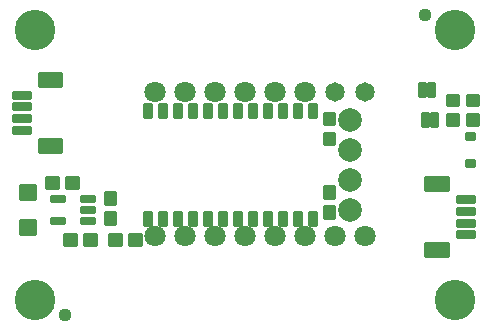
<source format=gts>
G04 EAGLE Gerber RS-274X export*
G75*
%MOMM*%
%FSLAX34Y34*%
%LPD*%
%INSoldermask Top*%
%IPPOS*%
%AMOC8*
5,1,8,0,0,1.08239X$1,22.5*%
G01*
%ADD10C,0.225400*%
%ADD11C,2.006600*%
%ADD12C,0.228600*%
%ADD13C,0.227100*%
%ADD14C,0.225369*%
%ADD15C,0.225588*%
%ADD16C,1.127000*%
%ADD17C,1.803400*%
%ADD18C,1.651000*%
%ADD19C,3.429000*%
%ADD20C,0.228344*%
%ADD21C,0.223409*%
%ADD22C,0.228319*%


D10*
X278828Y104458D02*
X278828Y94442D01*
X269812Y94442D01*
X269812Y104458D01*
X278828Y104458D01*
X278828Y96583D02*
X269812Y96583D01*
X269812Y98724D02*
X278828Y98724D01*
X278828Y100865D02*
X269812Y100865D01*
X269812Y103006D02*
X278828Y103006D01*
X278828Y111442D02*
X278828Y121458D01*
X278828Y111442D02*
X269812Y111442D01*
X269812Y121458D01*
X278828Y121458D01*
X278828Y113583D02*
X269812Y113583D01*
X269812Y115724D02*
X278828Y115724D01*
X278828Y117865D02*
X269812Y117865D01*
X269812Y120006D02*
X278828Y120006D01*
D11*
X292100Y101600D03*
X292100Y127000D03*
X292100Y152400D03*
X292100Y177800D03*
D10*
X60008Y71692D02*
X49992Y71692D01*
X49992Y80708D01*
X60008Y80708D01*
X60008Y71692D01*
X60008Y73833D02*
X49992Y73833D01*
X49992Y75974D02*
X60008Y75974D01*
X60008Y78115D02*
X49992Y78115D01*
X49992Y80256D02*
X60008Y80256D01*
X66992Y71692D02*
X77008Y71692D01*
X66992Y71692D02*
X66992Y80708D01*
X77008Y80708D01*
X77008Y71692D01*
X77008Y73833D02*
X66992Y73833D01*
X66992Y75974D02*
X77008Y75974D01*
X77008Y78115D02*
X66992Y78115D01*
X66992Y80256D02*
X77008Y80256D01*
X105092Y80708D02*
X115108Y80708D01*
X115108Y71692D01*
X105092Y71692D01*
X105092Y80708D01*
X105092Y73833D02*
X115108Y73833D01*
X115108Y75974D02*
X105092Y75974D01*
X105092Y78115D02*
X115108Y78115D01*
X115108Y80256D02*
X105092Y80256D01*
X98108Y80708D02*
X88092Y80708D01*
X98108Y80708D02*
X98108Y71692D01*
X88092Y71692D01*
X88092Y80708D01*
X88092Y73833D02*
X98108Y73833D01*
X98108Y75974D02*
X88092Y75974D01*
X88092Y78115D02*
X98108Y78115D01*
X98108Y80256D02*
X88092Y80256D01*
D12*
X352679Y171958D02*
X358013Y171958D01*
X352679Y171958D02*
X352679Y183642D01*
X358013Y183642D01*
X358013Y171958D01*
X358013Y174130D02*
X352679Y174130D01*
X352679Y176302D02*
X358013Y176302D01*
X358013Y178474D02*
X352679Y178474D01*
X352679Y180646D02*
X358013Y180646D01*
X358013Y182818D02*
X352679Y182818D01*
X360807Y171958D02*
X366141Y171958D01*
X360807Y171958D02*
X360807Y183642D01*
X366141Y183642D01*
X366141Y171958D01*
X366141Y174130D02*
X360807Y174130D01*
X360807Y176302D02*
X366141Y176302D01*
X366141Y178474D02*
X360807Y178474D01*
X360807Y180646D02*
X366141Y180646D01*
X366141Y182818D02*
X360807Y182818D01*
X355473Y197358D02*
X350139Y197358D01*
X350139Y209042D01*
X355473Y209042D01*
X355473Y197358D01*
X355473Y199530D02*
X350139Y199530D01*
X350139Y201702D02*
X355473Y201702D01*
X355473Y203874D02*
X350139Y203874D01*
X350139Y206046D02*
X355473Y206046D01*
X355473Y208218D02*
X350139Y208218D01*
X358267Y197358D02*
X363601Y197358D01*
X358267Y197358D02*
X358267Y209042D01*
X363601Y209042D01*
X363601Y197358D01*
X363601Y199530D02*
X358267Y199530D01*
X358267Y201702D02*
X363601Y201702D01*
X363601Y203874D02*
X358267Y203874D01*
X358267Y206046D02*
X363601Y206046D01*
X363601Y208218D02*
X358267Y208218D01*
D10*
X373842Y173292D02*
X383858Y173292D01*
X373842Y173292D02*
X373842Y182308D01*
X383858Y182308D01*
X383858Y173292D01*
X383858Y175433D02*
X373842Y175433D01*
X373842Y177574D02*
X383858Y177574D01*
X383858Y179715D02*
X373842Y179715D01*
X373842Y181856D02*
X383858Y181856D01*
X390842Y173292D02*
X400858Y173292D01*
X390842Y173292D02*
X390842Y182308D01*
X400858Y182308D01*
X400858Y173292D01*
X400858Y175433D02*
X390842Y175433D01*
X390842Y177574D02*
X400858Y177574D01*
X400858Y179715D02*
X390842Y179715D01*
X390842Y181856D02*
X400858Y181856D01*
X383858Y189802D02*
X373842Y189802D01*
X373842Y198818D01*
X383858Y198818D01*
X383858Y189802D01*
X383858Y191943D02*
X373842Y191943D01*
X373842Y194084D02*
X383858Y194084D01*
X383858Y196225D02*
X373842Y196225D01*
X373842Y198366D02*
X383858Y198366D01*
X390842Y189802D02*
X400858Y189802D01*
X390842Y189802D02*
X390842Y198818D01*
X400858Y198818D01*
X400858Y189802D01*
X400858Y191943D02*
X390842Y191943D01*
X390842Y194084D02*
X400858Y194084D01*
X400858Y196225D02*
X390842Y196225D01*
X390842Y198366D02*
X400858Y198366D01*
D13*
X390050Y166550D02*
X390050Y161250D01*
X390050Y166550D02*
X397350Y166550D01*
X397350Y161250D01*
X390050Y161250D01*
X390050Y163407D02*
X397350Y163407D01*
X397350Y165564D02*
X390050Y165564D01*
X390050Y143550D02*
X390050Y138250D01*
X390050Y143550D02*
X397350Y143550D01*
X397350Y138250D01*
X390050Y138250D01*
X390050Y140407D02*
X397350Y140407D01*
X397350Y142564D02*
X390050Y142564D01*
D14*
X6842Y196422D02*
X6842Y201438D01*
X21358Y201438D01*
X21358Y196422D01*
X6842Y196422D01*
X6842Y198563D02*
X21358Y198563D01*
X21358Y200704D02*
X6842Y200704D01*
X6842Y191438D02*
X6842Y186422D01*
X6842Y191438D02*
X21358Y191438D01*
X21358Y186422D01*
X6842Y186422D01*
X6842Y188563D02*
X21358Y188563D01*
X21358Y190704D02*
X6842Y190704D01*
X6842Y181438D02*
X6842Y176422D01*
X6842Y181438D02*
X21358Y181438D01*
X21358Y176422D01*
X6842Y176422D01*
X6842Y178563D02*
X21358Y178563D01*
X21358Y180704D02*
X6842Y180704D01*
X6842Y171438D02*
X6842Y166422D01*
X6842Y171438D02*
X21358Y171438D01*
X21358Y166422D01*
X6842Y166422D01*
X6842Y168563D02*
X21358Y168563D01*
X21358Y170704D02*
X6842Y170704D01*
D15*
X28843Y206423D02*
X28843Y217437D01*
X47857Y217437D01*
X47857Y206423D01*
X28843Y206423D01*
X28843Y208566D02*
X47857Y208566D01*
X47857Y210709D02*
X28843Y210709D01*
X28843Y212852D02*
X47857Y212852D01*
X47857Y214995D02*
X28843Y214995D01*
X28843Y217138D02*
X47857Y217138D01*
X28843Y161437D02*
X28843Y150423D01*
X28843Y161437D02*
X47857Y161437D01*
X47857Y150423D01*
X28843Y150423D01*
X28843Y152566D02*
X47857Y152566D01*
X47857Y154709D02*
X28843Y154709D01*
X28843Y156852D02*
X47857Y156852D01*
X47857Y158995D02*
X28843Y158995D01*
X28843Y161138D02*
X47857Y161138D01*
D14*
X397018Y82978D02*
X397018Y77962D01*
X382502Y77962D01*
X382502Y82978D01*
X397018Y82978D01*
X397018Y80103D02*
X382502Y80103D01*
X382502Y82244D02*
X397018Y82244D01*
X397018Y87962D02*
X397018Y92978D01*
X397018Y87962D02*
X382502Y87962D01*
X382502Y92978D01*
X397018Y92978D01*
X397018Y90103D02*
X382502Y90103D01*
X382502Y92244D02*
X397018Y92244D01*
X397018Y97962D02*
X397018Y102978D01*
X397018Y97962D02*
X382502Y97962D01*
X382502Y102978D01*
X397018Y102978D01*
X397018Y100103D02*
X382502Y100103D01*
X382502Y102244D02*
X397018Y102244D01*
X397018Y107962D02*
X397018Y112978D01*
X397018Y107962D02*
X382502Y107962D01*
X382502Y112978D01*
X397018Y112978D01*
X397018Y110103D02*
X382502Y110103D01*
X382502Y112244D02*
X397018Y112244D01*
D15*
X375017Y72977D02*
X375017Y61963D01*
X356003Y61963D01*
X356003Y72977D01*
X375017Y72977D01*
X375017Y64106D02*
X356003Y64106D01*
X356003Y66249D02*
X375017Y66249D01*
X375017Y68392D02*
X356003Y68392D01*
X356003Y70535D02*
X375017Y70535D01*
X375017Y72678D02*
X356003Y72678D01*
X375017Y117963D02*
X375017Y128977D01*
X375017Y117963D02*
X356003Y117963D01*
X356003Y128977D01*
X375017Y128977D01*
X375017Y120106D02*
X356003Y120106D01*
X356003Y122249D02*
X375017Y122249D01*
X375017Y124392D02*
X356003Y124392D01*
X356003Y126535D02*
X375017Y126535D01*
X375017Y128678D02*
X356003Y128678D01*
D16*
X50800Y12700D03*
X355600Y266700D03*
D17*
X304980Y78780D03*
X279580Y78780D03*
X254180Y78780D03*
X228780Y78780D03*
X203380Y78780D03*
X177980Y78780D03*
X152580Y78780D03*
X127180Y78780D03*
X127180Y201180D03*
X152580Y201180D03*
X177980Y201180D03*
X203380Y201180D03*
X228780Y201180D03*
X254180Y201180D03*
D18*
X279580Y201180D03*
X304980Y201180D03*
D19*
X381000Y25400D03*
X25400Y254000D03*
D20*
X194054Y190629D02*
X199646Y190629D01*
X199646Y180211D01*
X194054Y180211D01*
X194054Y190629D01*
X194054Y182380D02*
X199646Y182380D01*
X199646Y184549D02*
X194054Y184549D01*
X194054Y186718D02*
X199646Y186718D01*
X199646Y188887D02*
X194054Y188887D01*
X186946Y190629D02*
X181354Y190629D01*
X186946Y190629D02*
X186946Y180211D01*
X181354Y180211D01*
X181354Y190629D01*
X181354Y182380D02*
X186946Y182380D01*
X186946Y184549D02*
X181354Y184549D01*
X181354Y186718D02*
X186946Y186718D01*
X186946Y188887D02*
X181354Y188887D01*
X194054Y99189D02*
X199646Y99189D01*
X199646Y88771D01*
X194054Y88771D01*
X194054Y99189D01*
X194054Y90940D02*
X199646Y90940D01*
X199646Y93109D02*
X194054Y93109D01*
X194054Y95278D02*
X199646Y95278D01*
X199646Y97447D02*
X194054Y97447D01*
X186946Y99189D02*
X181354Y99189D01*
X186946Y99189D02*
X186946Y88771D01*
X181354Y88771D01*
X181354Y99189D01*
X181354Y90940D02*
X186946Y90940D01*
X186946Y93109D02*
X181354Y93109D01*
X181354Y95278D02*
X186946Y95278D01*
X186946Y97447D02*
X181354Y97447D01*
X174246Y190629D02*
X168654Y190629D01*
X174246Y190629D02*
X174246Y180211D01*
X168654Y180211D01*
X168654Y190629D01*
X168654Y182380D02*
X174246Y182380D01*
X174246Y184549D02*
X168654Y184549D01*
X168654Y186718D02*
X174246Y186718D01*
X174246Y188887D02*
X168654Y188887D01*
X161546Y190629D02*
X155954Y190629D01*
X161546Y190629D02*
X161546Y180211D01*
X155954Y180211D01*
X155954Y190629D01*
X155954Y182380D02*
X161546Y182380D01*
X161546Y184549D02*
X155954Y184549D01*
X155954Y186718D02*
X161546Y186718D01*
X161546Y188887D02*
X155954Y188887D01*
X148846Y190629D02*
X143254Y190629D01*
X148846Y190629D02*
X148846Y180211D01*
X143254Y180211D01*
X143254Y190629D01*
X143254Y182380D02*
X148846Y182380D01*
X148846Y184549D02*
X143254Y184549D01*
X143254Y186718D02*
X148846Y186718D01*
X148846Y188887D02*
X143254Y188887D01*
X136146Y190629D02*
X130554Y190629D01*
X136146Y190629D02*
X136146Y180211D01*
X130554Y180211D01*
X130554Y190629D01*
X130554Y182380D02*
X136146Y182380D01*
X136146Y184549D02*
X130554Y184549D01*
X130554Y186718D02*
X136146Y186718D01*
X136146Y188887D02*
X130554Y188887D01*
X123446Y190629D02*
X117854Y190629D01*
X123446Y190629D02*
X123446Y180211D01*
X117854Y180211D01*
X117854Y190629D01*
X117854Y182380D02*
X123446Y182380D01*
X123446Y184549D02*
X117854Y184549D01*
X117854Y186718D02*
X123446Y186718D01*
X123446Y188887D02*
X117854Y188887D01*
X257554Y190629D02*
X263146Y190629D01*
X263146Y180211D01*
X257554Y180211D01*
X257554Y190629D01*
X257554Y182380D02*
X263146Y182380D01*
X263146Y184549D02*
X257554Y184549D01*
X257554Y186718D02*
X263146Y186718D01*
X263146Y188887D02*
X257554Y188887D01*
X250446Y190629D02*
X244854Y190629D01*
X250446Y190629D02*
X250446Y180211D01*
X244854Y180211D01*
X244854Y190629D01*
X244854Y182380D02*
X250446Y182380D01*
X250446Y184549D02*
X244854Y184549D01*
X244854Y186718D02*
X250446Y186718D01*
X250446Y188887D02*
X244854Y188887D01*
X237746Y190629D02*
X232154Y190629D01*
X237746Y190629D02*
X237746Y180211D01*
X232154Y180211D01*
X232154Y190629D01*
X232154Y182380D02*
X237746Y182380D01*
X237746Y184549D02*
X232154Y184549D01*
X232154Y186718D02*
X237746Y186718D01*
X237746Y188887D02*
X232154Y188887D01*
X225046Y190629D02*
X219454Y190629D01*
X225046Y190629D02*
X225046Y180211D01*
X219454Y180211D01*
X219454Y190629D01*
X219454Y182380D02*
X225046Y182380D01*
X225046Y184549D02*
X219454Y184549D01*
X219454Y186718D02*
X225046Y186718D01*
X225046Y188887D02*
X219454Y188887D01*
X212346Y190629D02*
X206754Y190629D01*
X212346Y190629D02*
X212346Y180211D01*
X206754Y180211D01*
X206754Y190629D01*
X206754Y182380D02*
X212346Y182380D01*
X212346Y184549D02*
X206754Y184549D01*
X206754Y186718D02*
X212346Y186718D01*
X212346Y188887D02*
X206754Y188887D01*
X206754Y99189D02*
X212346Y99189D01*
X212346Y88771D01*
X206754Y88771D01*
X206754Y99189D01*
X206754Y90940D02*
X212346Y90940D01*
X212346Y93109D02*
X206754Y93109D01*
X206754Y95278D02*
X212346Y95278D01*
X212346Y97447D02*
X206754Y97447D01*
X174246Y99189D02*
X168654Y99189D01*
X174246Y99189D02*
X174246Y88771D01*
X168654Y88771D01*
X168654Y99189D01*
X168654Y90940D02*
X174246Y90940D01*
X174246Y93109D02*
X168654Y93109D01*
X168654Y95278D02*
X174246Y95278D01*
X174246Y97447D02*
X168654Y97447D01*
X161546Y99189D02*
X155954Y99189D01*
X161546Y99189D02*
X161546Y88771D01*
X155954Y88771D01*
X155954Y99189D01*
X155954Y90940D02*
X161546Y90940D01*
X161546Y93109D02*
X155954Y93109D01*
X155954Y95278D02*
X161546Y95278D01*
X161546Y97447D02*
X155954Y97447D01*
X219454Y99189D02*
X225046Y99189D01*
X225046Y88771D01*
X219454Y88771D01*
X219454Y99189D01*
X219454Y90940D02*
X225046Y90940D01*
X225046Y93109D02*
X219454Y93109D01*
X219454Y95278D02*
X225046Y95278D01*
X225046Y97447D02*
X219454Y97447D01*
X148846Y99189D02*
X143254Y99189D01*
X148846Y99189D02*
X148846Y88771D01*
X143254Y88771D01*
X143254Y99189D01*
X143254Y90940D02*
X148846Y90940D01*
X148846Y93109D02*
X143254Y93109D01*
X143254Y95278D02*
X148846Y95278D01*
X148846Y97447D02*
X143254Y97447D01*
X232154Y99189D02*
X237746Y99189D01*
X237746Y88771D01*
X232154Y88771D01*
X232154Y99189D01*
X232154Y90940D02*
X237746Y90940D01*
X237746Y93109D02*
X232154Y93109D01*
X232154Y95278D02*
X237746Y95278D01*
X237746Y97447D02*
X232154Y97447D01*
X244854Y99189D02*
X250446Y99189D01*
X250446Y88771D01*
X244854Y88771D01*
X244854Y99189D01*
X244854Y90940D02*
X250446Y90940D01*
X250446Y93109D02*
X244854Y93109D01*
X244854Y95278D02*
X250446Y95278D01*
X250446Y97447D02*
X244854Y97447D01*
X136146Y99189D02*
X130554Y99189D01*
X136146Y99189D02*
X136146Y88771D01*
X130554Y88771D01*
X130554Y99189D01*
X130554Y90940D02*
X136146Y90940D01*
X136146Y93109D02*
X130554Y93109D01*
X130554Y95278D02*
X136146Y95278D01*
X136146Y97447D02*
X130554Y97447D01*
X123446Y99189D02*
X117854Y99189D01*
X123446Y99189D02*
X123446Y88771D01*
X117854Y88771D01*
X117854Y99189D01*
X117854Y90940D02*
X123446Y90940D01*
X123446Y93109D02*
X117854Y93109D01*
X117854Y95278D02*
X123446Y95278D01*
X123446Y97447D02*
X117854Y97447D01*
X257554Y99189D02*
X263146Y99189D01*
X263146Y88771D01*
X257554Y88771D01*
X257554Y99189D01*
X257554Y90940D02*
X263146Y90940D01*
X263146Y93109D02*
X257554Y93109D01*
X257554Y95278D02*
X263146Y95278D01*
X263146Y97447D02*
X257554Y97447D01*
D19*
X25400Y25400D03*
X381000Y254000D03*
D10*
X278828Y166688D02*
X278828Y156672D01*
X269812Y156672D01*
X269812Y166688D01*
X278828Y166688D01*
X278828Y158813D02*
X269812Y158813D01*
X269812Y160954D02*
X278828Y160954D01*
X278828Y163095D02*
X269812Y163095D01*
X269812Y165236D02*
X278828Y165236D01*
X278828Y173672D02*
X278828Y183688D01*
X278828Y173672D02*
X269812Y173672D01*
X269812Y183688D01*
X278828Y183688D01*
X278828Y175813D02*
X269812Y175813D01*
X269812Y177954D02*
X278828Y177954D01*
X278828Y180095D02*
X269812Y180095D01*
X269812Y182236D02*
X278828Y182236D01*
D21*
X75669Y94368D02*
X75669Y89832D01*
X64633Y89832D01*
X64633Y94368D01*
X75669Y94368D01*
X75669Y91954D02*
X64633Y91954D01*
X64633Y94076D02*
X75669Y94076D01*
X75669Y99332D02*
X75669Y103868D01*
X75669Y99332D02*
X64633Y99332D01*
X64633Y103868D01*
X75669Y103868D01*
X75669Y101454D02*
X64633Y101454D01*
X64633Y103576D02*
X75669Y103576D01*
X75669Y108832D02*
X75669Y113368D01*
X75669Y108832D02*
X64633Y108832D01*
X64633Y113368D01*
X75669Y113368D01*
X75669Y110954D02*
X64633Y110954D01*
X64633Y113076D02*
X75669Y113076D01*
X49667Y113368D02*
X49667Y108832D01*
X38631Y108832D01*
X38631Y113368D01*
X49667Y113368D01*
X49667Y110954D02*
X38631Y110954D01*
X38631Y113076D02*
X49667Y113076D01*
X49667Y94368D02*
X49667Y89832D01*
X38631Y89832D01*
X38631Y94368D01*
X49667Y94368D01*
X49667Y91954D02*
X38631Y91954D01*
X38631Y94076D02*
X49667Y94076D01*
D10*
X84392Y106362D02*
X84392Y116378D01*
X93408Y116378D01*
X93408Y106362D01*
X84392Y106362D01*
X84392Y108503D02*
X93408Y108503D01*
X93408Y110644D02*
X84392Y110644D01*
X84392Y112785D02*
X93408Y112785D01*
X93408Y114926D02*
X84392Y114926D01*
X84392Y99378D02*
X84392Y89362D01*
X84392Y99378D02*
X93408Y99378D01*
X93408Y89362D01*
X84392Y89362D01*
X84392Y91503D02*
X93408Y91503D01*
X93408Y93644D02*
X84392Y93644D01*
X84392Y95785D02*
X93408Y95785D01*
X93408Y97926D02*
X84392Y97926D01*
X61768Y128968D02*
X51752Y128968D01*
X61768Y128968D02*
X61768Y119952D01*
X51752Y119952D01*
X51752Y128968D01*
X51752Y122093D02*
X61768Y122093D01*
X61768Y124234D02*
X51752Y124234D01*
X51752Y126375D02*
X61768Y126375D01*
X61768Y128516D02*
X51752Y128516D01*
X44768Y128968D02*
X34752Y128968D01*
X44768Y128968D02*
X44768Y119952D01*
X34752Y119952D01*
X34752Y128968D01*
X34752Y122093D02*
X44768Y122093D01*
X44768Y124234D02*
X34752Y124234D01*
X34752Y126375D02*
X44768Y126375D01*
X44768Y128516D02*
X34752Y128516D01*
D22*
X25044Y92594D02*
X13056Y92594D01*
X25044Y92594D02*
X25044Y80606D01*
X13056Y80606D01*
X13056Y92594D01*
X13056Y82775D02*
X25044Y82775D01*
X25044Y84944D02*
X13056Y84944D01*
X13056Y87113D02*
X25044Y87113D01*
X25044Y89282D02*
X13056Y89282D01*
X13056Y91451D02*
X25044Y91451D01*
X25044Y122594D02*
X13056Y122594D01*
X25044Y122594D02*
X25044Y110606D01*
X13056Y110606D01*
X13056Y122594D01*
X13056Y112775D02*
X25044Y112775D01*
X25044Y114944D02*
X13056Y114944D01*
X13056Y117113D02*
X25044Y117113D01*
X25044Y119282D02*
X13056Y119282D01*
X13056Y121451D02*
X25044Y121451D01*
M02*

</source>
